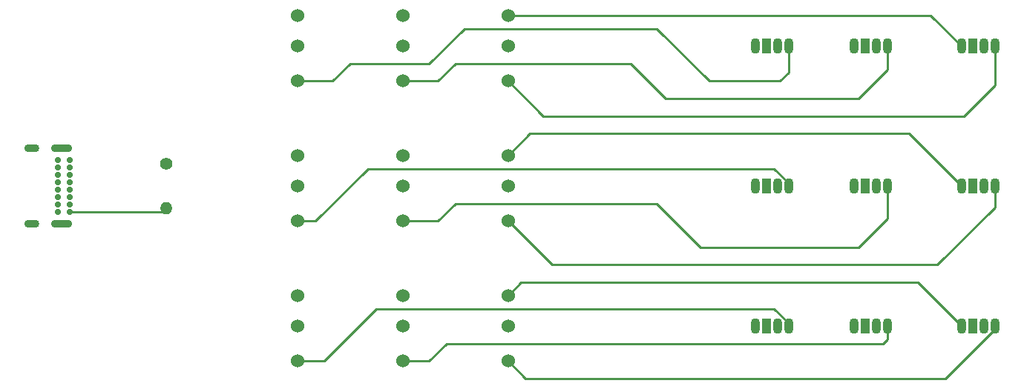
<source format=gbr>
%TF.GenerationSoftware,KiCad,Pcbnew,7.0.2*%
%TF.CreationDate,2024-02-04T01:23:05+01:00*%
%TF.ProjectId,TicTacToe,54696354-6163-4546-9f65-2e6b69636164,rev?*%
%TF.SameCoordinates,Original*%
%TF.FileFunction,Copper,L1,Top*%
%TF.FilePolarity,Positive*%
%FSLAX46Y46*%
G04 Gerber Fmt 4.6, Leading zero omitted, Abs format (unit mm)*
G04 Created by KiCad (PCBNEW 7.0.2) date 2024-02-04 01:23:05*
%MOMM*%
%LPD*%
G01*
G04 APERTURE LIST*
%TA.AperFunction,ComponentPad*%
%ADD10C,1.524000*%
%TD*%
%TA.AperFunction,ComponentPad*%
%ADD11C,1.400000*%
%TD*%
%TA.AperFunction,ComponentPad*%
%ADD12O,1.400000X1.400000*%
%TD*%
%TA.AperFunction,ComponentPad*%
%ADD13C,0.700000*%
%TD*%
%TA.AperFunction,ComponentPad*%
%ADD14O,1.700000X0.900000*%
%TD*%
%TA.AperFunction,ComponentPad*%
%ADD15O,2.400000X0.900000*%
%TD*%
%TA.AperFunction,ComponentPad*%
%ADD16O,1.070000X1.800000*%
%TD*%
%TA.AperFunction,ComponentPad*%
%ADD17R,1.070000X1.800000*%
%TD*%
%TA.AperFunction,Conductor*%
%ADD18C,0.250000*%
%TD*%
G04 APERTURE END LIST*
D10*
%TO.P,SW9,1,A*%
%TO.N,Net-(D9-R)*%
X110000000Y-94500000D03*
%TO.P,SW9,2,B*%
%TO.N,USB*%
X110000000Y-98000000D03*
%TO.P,SW9,3,C*%
%TO.N,Net-(D9-B)*%
X110000000Y-102000000D03*
%TD*%
%TO.P,SW8,1,A*%
%TO.N,Net-(D8-R)*%
X98000000Y-94500000D03*
%TO.P,SW8,2,B*%
%TO.N,USB*%
X98000000Y-98000000D03*
%TO.P,SW8,3,C*%
%TO.N,Net-(D8-B)*%
X98000000Y-102000000D03*
%TD*%
%TO.P,SW7,1,A*%
%TO.N,Net-(D7-R)*%
X86000000Y-94500000D03*
%TO.P,SW7,2,B*%
%TO.N,USB*%
X86000000Y-98000000D03*
%TO.P,SW7,3,C*%
%TO.N,Net-(D7-B)*%
X86000000Y-102000000D03*
%TD*%
%TO.P,SW6,1,A*%
%TO.N,Net-(D6-R)*%
X110000000Y-78500000D03*
%TO.P,SW6,2,B*%
%TO.N,USB*%
X110000000Y-82000000D03*
%TO.P,SW6,3,C*%
%TO.N,Net-(D6-B)*%
X110000000Y-86000000D03*
%TD*%
%TO.P,SW5,1,A*%
%TO.N,Net-(D5-R)*%
X98000000Y-78500000D03*
%TO.P,SW5,2,B*%
%TO.N,USB*%
X98000000Y-82000000D03*
%TO.P,SW5,3,C*%
%TO.N,Net-(D5-B)*%
X98000000Y-86000000D03*
%TD*%
%TO.P,SW4,1,A*%
%TO.N,Net-(D4-R)*%
X86000000Y-78500000D03*
%TO.P,SW4,2,B*%
%TO.N,USB*%
X86000000Y-82000000D03*
%TO.P,SW4,3,C*%
%TO.N,Net-(D4-B)*%
X86000000Y-86000000D03*
%TD*%
%TO.P,SW3,1,A*%
%TO.N,Net-(D3-R)*%
X110000000Y-62500000D03*
%TO.P,SW3,2,B*%
%TO.N,USB*%
X110000000Y-66000000D03*
%TO.P,SW3,3,C*%
%TO.N,Net-(D3-B)*%
X110000000Y-70000000D03*
%TD*%
%TO.P,SW2,1,A*%
%TO.N,Net-(D2-R)*%
X98000000Y-62500000D03*
%TO.P,SW2,2,B*%
%TO.N,USB*%
X98000000Y-66000000D03*
%TO.P,SW2,3,C*%
%TO.N,Net-(D2-B)*%
X98000000Y-70000000D03*
%TD*%
%TO.P,SW1,1,A*%
%TO.N,Net-(D1-R)*%
X86000000Y-62500000D03*
%TO.P,SW1,2,B*%
%TO.N,USB*%
X86000000Y-66000000D03*
%TO.P,SW1,3,C*%
%TO.N,Net-(D1-B)*%
X86000000Y-70000000D03*
%TD*%
D11*
%TO.P,R1,1*%
%TO.N,Net-(D1-Pad4)*%
X71000000Y-79460000D03*
D12*
%TO.P,R1,2*%
%TO.N,GNDREF*%
X71000000Y-84540000D03*
%TD*%
D13*
%TO.P,J1,A1*%
%TO.N,N/C*%
X60025000Y-79025000D03*
%TO.P,J1,A4*%
X60025000Y-79875000D03*
%TO.P,J1,A5,CC1*%
%TO.N,unconnected-(J1-CC1-PadA5)*%
X60025000Y-80725000D03*
%TO.P,J1,A6*%
%TO.N,N/C*%
X60025000Y-81575000D03*
%TO.P,J1,A7*%
X60025000Y-82425000D03*
%TO.P,J1,A8*%
X60025000Y-83275000D03*
%TO.P,J1,A9,VBUS*%
%TO.N,USB*%
X60025000Y-84125000D03*
%TO.P,J1,A12,GND*%
%TO.N,GNDREF*%
X60025000Y-84975000D03*
%TO.P,J1,B1*%
%TO.N,N/C*%
X58675000Y-84975000D03*
%TO.P,J1,B4*%
X58675000Y-84125000D03*
%TO.P,J1,B5,CC2*%
%TO.N,unconnected-(J1-CC2-PadB5)*%
X58675000Y-83275000D03*
%TO.P,J1,B6*%
%TO.N,N/C*%
X58675000Y-82425000D03*
%TO.P,J1,B7*%
X58675000Y-81575000D03*
%TO.P,J1,B8*%
X58675000Y-80725000D03*
%TO.P,J1,B9,VBUS*%
%TO.N,USB*%
X58675000Y-79875000D03*
%TO.P,J1,B12,GND*%
%TO.N,GNDREF*%
X58675000Y-79025000D03*
D14*
%TO.P,J1,S1,SHIELD*%
%TO.N,unconnected-(J1-SHIELD-PadS1)*%
X55665000Y-86325000D03*
X55665000Y-77675000D03*
D15*
X59045000Y-86325000D03*
X59045000Y-77675000D03*
%TD*%
D16*
%TO.P,D9,1,R*%
%TO.N,Net-(D9-R)*%
X161730000Y-98000000D03*
%TO.P,D9,2,G*%
%TO.N,unconnected-(D9-G-Pad2)*%
X164270000Y-98000000D03*
%TO.P,D9,3,B*%
%TO.N,Net-(D9-B)*%
X165540000Y-98000000D03*
D17*
%TO.P,D9,4*%
%TO.N,Net-(D1-Pad4)*%
X163000000Y-98000000D03*
%TD*%
D16*
%TO.P,D8,1,R*%
%TO.N,Net-(D8-R)*%
X149460000Y-98000000D03*
%TO.P,D8,2,G*%
%TO.N,unconnected-(D8-G-Pad2)*%
X152000000Y-98000000D03*
%TO.P,D8,3,B*%
%TO.N,Net-(D8-B)*%
X153270000Y-98000000D03*
D17*
%TO.P,D8,4*%
%TO.N,Net-(D1-Pad4)*%
X150730000Y-98000000D03*
%TD*%
D16*
%TO.P,D7,1,R*%
%TO.N,Net-(D7-R)*%
X138190000Y-98000000D03*
%TO.P,D7,2,G*%
%TO.N,unconnected-(D7-G-Pad2)*%
X140730000Y-98000000D03*
%TO.P,D7,3,B*%
%TO.N,Net-(D7-B)*%
X142000000Y-98000000D03*
D17*
%TO.P,D7,4*%
%TO.N,Net-(D1-Pad4)*%
X139460000Y-98000000D03*
%TD*%
D16*
%TO.P,D6,1,R*%
%TO.N,Net-(D6-R)*%
X161730000Y-82000000D03*
%TO.P,D6,2,G*%
%TO.N,unconnected-(D6-G-Pad2)*%
X164270000Y-82000000D03*
%TO.P,D6,3,B*%
%TO.N,Net-(D6-B)*%
X165540000Y-82000000D03*
D17*
%TO.P,D6,4*%
%TO.N,Net-(D1-Pad4)*%
X163000000Y-82000000D03*
%TD*%
D16*
%TO.P,D5,1,R*%
%TO.N,Net-(D5-R)*%
X149460000Y-82000000D03*
%TO.P,D5,2,G*%
%TO.N,unconnected-(D5-G-Pad2)*%
X152000000Y-82000000D03*
%TO.P,D5,3,B*%
%TO.N,Net-(D5-B)*%
X153270000Y-82000000D03*
D17*
%TO.P,D5,4*%
%TO.N,Net-(D1-Pad4)*%
X150730000Y-82000000D03*
%TD*%
%TO.P,D4,4*%
%TO.N,Net-(D1-Pad4)*%
X139460000Y-82000000D03*
D16*
%TO.P,D4,3,B*%
%TO.N,Net-(D4-B)*%
X142000000Y-82000000D03*
%TO.P,D4,2,G*%
%TO.N,unconnected-(D4-G-Pad2)*%
X140730000Y-82000000D03*
%TO.P,D4,1,R*%
%TO.N,Net-(D4-R)*%
X138190000Y-82000000D03*
%TD*%
D17*
%TO.P,D3,4*%
%TO.N,Net-(D1-Pad4)*%
X163000000Y-66000000D03*
D16*
%TO.P,D3,3,B*%
%TO.N,Net-(D3-B)*%
X165540000Y-66000000D03*
%TO.P,D3,2,G*%
%TO.N,unconnected-(D3-G-Pad2)*%
X164270000Y-66000000D03*
%TO.P,D3,1,R*%
%TO.N,Net-(D3-R)*%
X161730000Y-66000000D03*
%TD*%
%TO.P,D2,1,R*%
%TO.N,Net-(D2-R)*%
X149460000Y-66000000D03*
%TO.P,D2,2,G*%
%TO.N,unconnected-(D2-G-Pad2)*%
X152000000Y-66000000D03*
%TO.P,D2,3,B*%
%TO.N,Net-(D2-B)*%
X153270000Y-66000000D03*
D17*
%TO.P,D2,4*%
%TO.N,Net-(D1-Pad4)*%
X150730000Y-66000000D03*
%TD*%
%TO.P,D1,4*%
%TO.N,Net-(D1-Pad4)*%
X139460000Y-66000000D03*
D16*
%TO.P,D1,3,B*%
%TO.N,Net-(D1-B)*%
X142000000Y-66000000D03*
%TO.P,D1,2,G*%
%TO.N,unconnected-(D1-G-Pad2)*%
X140730000Y-66000000D03*
%TO.P,D1,1,R*%
%TO.N,Net-(D1-R)*%
X138190000Y-66000000D03*
%TD*%
D18*
%TO.N,Net-(D4-B)*%
X140365000Y-80000000D02*
X142000000Y-81635000D01*
X94000000Y-80000000D02*
X140365000Y-80000000D01*
X88000000Y-86000000D02*
X94000000Y-80000000D01*
X142000000Y-81635000D02*
X142000000Y-82000000D01*
X86000000Y-86000000D02*
X88000000Y-86000000D01*
%TO.N,Net-(D6-R)*%
X155730000Y-76000000D02*
X161730000Y-82000000D01*
X110000000Y-78500000D02*
X112500000Y-76000000D01*
X112500000Y-76000000D02*
X155730000Y-76000000D01*
%TO.N,Net-(D7-B)*%
X142000000Y-97635000D02*
X142000000Y-98000000D01*
X95000000Y-96000000D02*
X140365000Y-96000000D01*
X140365000Y-96000000D02*
X142000000Y-97635000D01*
X89000000Y-102000000D02*
X95000000Y-96000000D01*
X86000000Y-102000000D02*
X89000000Y-102000000D01*
%TO.N,Net-(D9-R)*%
X156730000Y-93000000D02*
X161730000Y-98000000D01*
X110000000Y-94500000D02*
X111500000Y-93000000D01*
X111500000Y-93000000D02*
X156730000Y-93000000D01*
%TO.N,Net-(D8-B)*%
X103000000Y-100000000D02*
X152817500Y-100000000D01*
X152817500Y-100000000D02*
X153270000Y-99547500D01*
X101000000Y-102000000D02*
X103000000Y-100000000D01*
X153270000Y-99547500D02*
X153270000Y-98000000D01*
X98000000Y-102000000D02*
X101000000Y-102000000D01*
%TO.N,Net-(D9-B)*%
X165540000Y-98365000D02*
X165540000Y-98000000D01*
X159905000Y-104000000D02*
X165540000Y-98365000D01*
X112000000Y-104000000D02*
X159905000Y-104000000D01*
X110000000Y-102000000D02*
X112000000Y-104000000D01*
%TO.N,GNDREF*%
X70565000Y-84975000D02*
X60025000Y-84975000D01*
X71000000Y-84540000D02*
X70565000Y-84975000D01*
%TO.N,Net-(D6-B)*%
X165540000Y-84460000D02*
X165540000Y-82000000D01*
X159000000Y-91000000D02*
X165540000Y-84460000D01*
X115000000Y-91000000D02*
X159000000Y-91000000D01*
X110000000Y-86000000D02*
X115000000Y-91000000D01*
%TO.N,Net-(D5-B)*%
X150000000Y-89000000D02*
X153270000Y-85730000D01*
X104000000Y-84000000D02*
X127000000Y-84000000D01*
X102000000Y-86000000D02*
X104000000Y-84000000D01*
X127000000Y-84000000D02*
X132000000Y-89000000D01*
X153270000Y-85730000D02*
X153270000Y-82000000D01*
X98000000Y-86000000D02*
X102000000Y-86000000D01*
X132000000Y-89000000D02*
X150000000Y-89000000D01*
%TO.N,Net-(D3-R)*%
X158230000Y-62500000D02*
X161730000Y-66000000D01*
X110000000Y-62500000D02*
X158230000Y-62500000D01*
%TO.N,Net-(D1-B)*%
X142000000Y-69000000D02*
X142000000Y-66000000D01*
X105000000Y-64000000D02*
X127000000Y-64000000D01*
X127000000Y-64000000D02*
X133000000Y-70000000D01*
X133000000Y-70000000D02*
X141000000Y-70000000D01*
X101000000Y-68000000D02*
X105000000Y-64000000D01*
X141000000Y-70000000D02*
X142000000Y-69000000D01*
X90000000Y-70000000D02*
X92000000Y-68000000D01*
X86000000Y-70000000D02*
X90000000Y-70000000D01*
X92000000Y-68000000D02*
X101000000Y-68000000D01*
%TO.N,Net-(D2-B)*%
X153270000Y-68730000D02*
X153270000Y-66000000D01*
X124000000Y-68000000D02*
X128000000Y-72000000D01*
X104000000Y-68000000D02*
X124000000Y-68000000D01*
X128000000Y-72000000D02*
X150000000Y-72000000D01*
X102000000Y-70000000D02*
X104000000Y-68000000D01*
X150000000Y-72000000D02*
X153270000Y-68730000D01*
X98000000Y-70000000D02*
X102000000Y-70000000D01*
%TO.N,Net-(D3-B)*%
X165540000Y-70460000D02*
X165540000Y-66000000D01*
X162000000Y-74000000D02*
X165540000Y-70460000D01*
X110000000Y-70000000D02*
X114000000Y-74000000D01*
X114000000Y-74000000D02*
X162000000Y-74000000D01*
%TD*%
M02*

</source>
